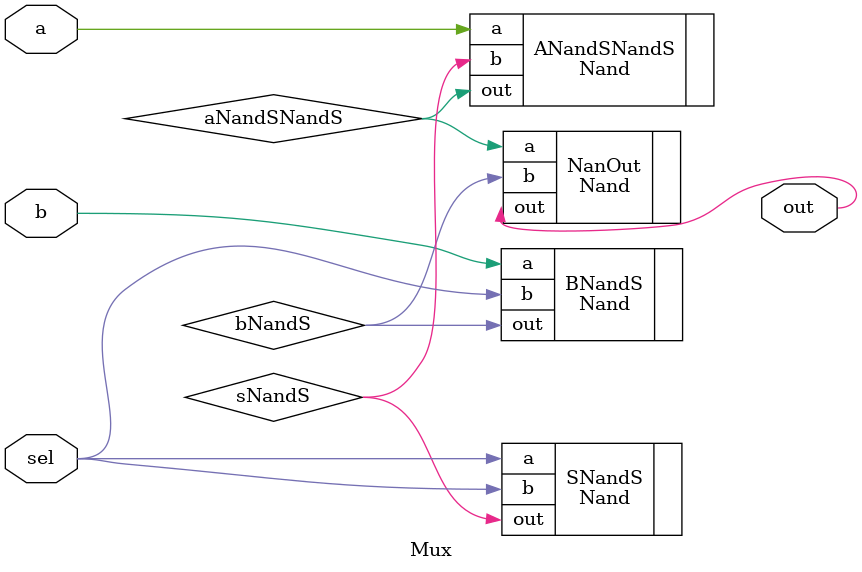
<source format=v>
/**
 * Multiplexer:
 * out = a if sel == 0
 *       b otherwise
 */
`default_nettype none

module Mux(
    input wire a,
    input wire b,
    input wire sel,
    output wire out
  );

  // NOTE: MUX can be built from NOT, AND and OR, however, here we will built it
  //       entirely from NAND gates as described on:
  //       https://en.wikipedia.org/wiki/NAND_logic#MUX
  // Translation from Mux.hdl
  wire sNandS;
  wire bNandS;
  wire aNandSNandS;

  Nand SNandS(.a(sel), .b(sel), .out(sNandS));
  Nand BNandS(.a(b), .b(sel), .out(bNandS));
  Nand ANandSNandS(.a(a), .b(sNandS), .out(aNandSNandS));
  Nand NanOut(.a(aNandSNandS), .b(bNandS), .out(out));

endmodule

</source>
